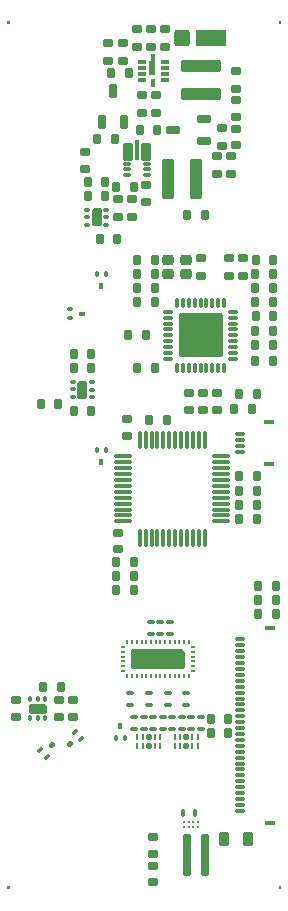
<source format=gtp>
G04 #@! TF.GenerationSoftware,KiCad,Pcbnew,9.0.4*
G04 #@! TF.CreationDate,2025-08-21T00:06:41-07:00*
G04 #@! TF.ProjectId,DisplayAdapter,44697370-6c61-4794-9164-61707465722e,rev?*
G04 #@! TF.SameCoordinates,Original*
G04 #@! TF.FileFunction,Paste,Top*
G04 #@! TF.FilePolarity,Positive*
%FSLAX46Y46*%
G04 Gerber Fmt 4.6, Leading zero omitted, Abs format (unit mm)*
G04 Created by KiCad (PCBNEW 9.0.4) date 2025-08-21 00:06:41*
%MOMM*%
%LPD*%
G01*
G04 APERTURE LIST*
G04 Aperture macros list*
%AMRoundRect*
0 Rectangle with rounded corners*
0 $1 Rounding radius*
0 $2 $3 $4 $5 $6 $7 $8 $9 X,Y pos of 4 corners*
0 Add a 4 corners polygon primitive as box body*
4,1,4,$2,$3,$4,$5,$6,$7,$8,$9,$2,$3,0*
0 Add four circle primitives for the rounded corners*
1,1,$1+$1,$2,$3*
1,1,$1+$1,$4,$5*
1,1,$1+$1,$6,$7*
1,1,$1+$1,$8,$9*
0 Add four rect primitives between the rounded corners*
20,1,$1+$1,$2,$3,$4,$5,0*
20,1,$1+$1,$4,$5,$6,$7,0*
20,1,$1+$1,$6,$7,$8,$9,0*
20,1,$1+$1,$8,$9,$2,$3,0*%
%AMFreePoly0*
4,1,18,-0.400000,0.600000,-0.200000,0.800000,0.240000,0.800000,0.301229,0.787821,0.353137,0.753137,0.387821,0.701229,0.400000,0.640000,0.400000,-0.640000,0.387821,-0.701229,0.353137,-0.753137,0.301229,-0.787821,0.240000,-0.800000,-0.240000,-0.800000,-0.301229,-0.787821,-0.353137,-0.753137,-0.387821,-0.701229,-0.400000,-0.640000,-0.400000,0.600000,-0.400000,0.600000,$1*%
%AMFreePoly1*
4,1,18,-2.250000,0.765000,-2.243530,0.797528,-2.225104,0.825104,-2.197528,0.843530,-2.165000,0.850000,1.995000,0.850000,2.250000,0.595000,2.250000,-0.765000,2.243530,-0.797528,2.225104,-0.825104,2.197528,-0.843530,2.165000,-0.850000,-2.165000,-0.850000,-2.197528,-0.843530,-2.225104,-0.825104,-2.243530,-0.797528,-2.250000,-0.765000,-2.250000,0.765000,-2.250000,0.765000,$1*%
G04 Aperture macros list end*
%ADD10RoundRect,0.150000X-0.150000X-0.300000X0.150000X-0.300000X0.150000X0.300000X-0.150000X0.300000X0*%
%ADD11RoundRect,0.150000X0.150000X0.300000X-0.150000X0.300000X-0.150000X-0.300000X0.150000X-0.300000X0*%
%ADD12RoundRect,0.045000X0.355000X-0.105000X0.355000X0.105000X-0.355000X0.105000X-0.355000X-0.105000X0*%
%ADD13RoundRect,0.045000X-0.355000X0.105000X-0.355000X-0.105000X0.355000X-0.105000X0.355000X0.105000X0*%
%ADD14RoundRect,0.060000X0.340000X-0.140000X0.340000X0.140000X-0.340000X0.140000X-0.340000X-0.140000X0*%
%ADD15RoundRect,0.162500X0.447500X0.162500X-0.447500X0.162500X-0.447500X-0.162500X0.447500X-0.162500X0*%
%ADD16RoundRect,0.090000X-0.310000X-0.210000X0.310000X-0.210000X0.310000X0.210000X-0.310000X0.210000X0*%
%ADD17RoundRect,0.100000X0.200000X-0.100000X0.200000X0.100000X-0.200000X0.100000X-0.200000X-0.100000X0*%
%ADD18RoundRect,0.150000X0.300000X-0.150000X0.300000X0.150000X-0.300000X0.150000X-0.300000X-0.150000X0*%
%ADD19RoundRect,0.150000X1.550000X-0.350000X1.550000X0.350000X-1.550000X0.350000X-1.550000X-0.350000X0*%
%ADD20RoundRect,0.120000X-0.280000X-0.480000X0.280000X-0.480000X0.280000X0.480000X-0.280000X0.480000X0*%
%ADD21RoundRect,0.162500X0.162500X-0.447500X0.162500X0.447500X-0.162500X0.447500X-0.162500X-0.447500X0*%
%ADD22RoundRect,0.095000X-0.130000X-0.095000X0.130000X-0.095000X0.130000X0.095000X-0.130000X0.095000X0*%
%ADD23FreePoly0,0.000000*%
%ADD24RoundRect,0.050000X-0.050000X0.150000X-0.050000X-0.150000X0.050000X-0.150000X0.050000X0.150000X0*%
%ADD25RoundRect,0.050000X-0.150000X-0.050000X0.150000X-0.050000X0.150000X0.050000X-0.150000X0.050000X0*%
%ADD26RoundRect,0.050000X0.150000X0.050000X-0.150000X0.050000X-0.150000X-0.050000X0.150000X-0.050000X0*%
%ADD27RoundRect,0.050000X0.050000X-0.150000X0.050000X0.150000X-0.050000X0.150000X-0.050000X-0.150000X0*%
%ADD28FreePoly1,0.000000*%
%ADD29RoundRect,0.150000X-0.300000X0.150000X-0.300000X-0.150000X0.300000X-0.150000X0.300000X0.150000X0*%
%ADD30RoundRect,0.100000X-0.200000X0.100000X-0.200000X-0.100000X0.200000X-0.100000X0.200000X0.100000X0*%
%ADD31RoundRect,0.090000X-0.210000X0.310000X-0.210000X-0.310000X0.210000X-0.310000X0.210000X0.310000X0*%
%ADD32C,0.220000*%
%ADD33RoundRect,0.100000X0.100000X0.200000X-0.100000X0.200000X-0.100000X-0.200000X0.100000X-0.200000X0*%
%ADD34RoundRect,0.067500X-0.183848X-0.088388X-0.088388X-0.183848X0.183848X0.088388X0.088388X0.183848X0*%
%ADD35RoundRect,0.090000X-0.183848X-0.056569X-0.056569X-0.183848X0.183848X0.056569X0.056569X0.183848X0*%
%ADD36RoundRect,0.067500X0.192500X-0.067500X0.192500X0.067500X-0.192500X0.067500X-0.192500X-0.067500X0*%
%ADD37RoundRect,0.090000X0.170000X-0.090000X0.170000X0.090000X-0.170000X0.090000X-0.170000X-0.090000X0*%
%ADD38RoundRect,0.067500X0.183848X0.088388X0.088388X0.183848X-0.183848X-0.088388X-0.088388X-0.183848X0*%
%ADD39RoundRect,0.090000X0.183848X0.056569X0.056569X0.183848X-0.183848X-0.056569X-0.056569X-0.183848X0*%
%ADD40RoundRect,0.067500X-0.067500X-0.192500X0.067500X-0.192500X0.067500X0.192500X-0.067500X0.192500X0*%
%ADD41RoundRect,0.090000X-0.090000X-0.170000X0.090000X-0.170000X0.090000X0.170000X-0.090000X0.170000X0*%
%ADD42RoundRect,0.090000X0.310000X0.210000X-0.310000X0.210000X-0.310000X-0.210000X0.310000X-0.210000X0*%
%ADD43RoundRect,0.062500X-0.062500X-0.187500X0.062500X-0.187500X0.062500X0.187500X-0.062500X0.187500X0*%
%ADD44RoundRect,0.062500X0.062500X0.187500X-0.062500X0.187500X-0.062500X-0.187500X0.062500X-0.187500X0*%
%ADD45RoundRect,0.112500X0.112500X0.137500X-0.112500X0.137500X-0.112500X-0.137500X0.112500X-0.137500X0*%
%ADD46RoundRect,0.045000X0.355000X0.105000X-0.355000X0.105000X-0.355000X-0.105000X0.355000X-0.105000X0*%
%ADD47RoundRect,0.060000X0.340000X0.140000X-0.340000X0.140000X-0.340000X-0.140000X0.340000X-0.140000X0*%
%ADD48RoundRect,0.150000X-0.350000X-1.550000X0.350000X-1.550000X0.350000X1.550000X-0.350000X1.550000X0*%
%ADD49RoundRect,0.075000X0.662500X0.075000X-0.662500X0.075000X-0.662500X-0.075000X0.662500X-0.075000X0*%
%ADD50RoundRect,0.075000X0.075000X0.662500X-0.075000X0.662500X-0.075000X-0.662500X0.075000X-0.662500X0*%
%ADD51RoundRect,0.067500X0.067500X0.192500X-0.067500X0.192500X-0.067500X-0.192500X0.067500X-0.192500X0*%
%ADD52RoundRect,0.090000X0.090000X0.170000X-0.090000X0.170000X-0.090000X-0.170000X0.090000X-0.170000X0*%
%ADD53RoundRect,0.210000X1.090000X0.490000X-1.090000X0.490000X-1.090000X-0.490000X1.090000X-0.490000X0*%
%ADD54RoundRect,0.195000X0.455000X0.505000X-0.455000X0.505000X-0.455000X-0.505000X0.455000X-0.505000X0*%
%ADD55RoundRect,0.212500X-0.262500X-0.212500X0.262500X-0.212500X0.262500X0.212500X-0.262500X0.212500X0*%
%ADD56RoundRect,0.053000X0.212000X-0.572000X0.212000X0.572000X-0.212000X0.572000X-0.212000X-0.572000X0*%
%ADD57RoundRect,0.030000X-0.320000X-0.120000X0.320000X-0.120000X0.320000X0.120000X-0.320000X0.120000X0*%
%ADD58RoundRect,0.030000X0.120000X-0.320000X0.120000X0.320000X-0.120000X0.320000X-0.120000X-0.320000X0*%
%ADD59RoundRect,0.140000X0.310000X-0.000010X0.310000X0.000010X-0.310000X0.000010X-0.310000X-0.000010X0*%
%ADD60RoundRect,0.140000X0.000010X0.310000X-0.000010X0.310000X-0.000010X-0.310000X0.000010X-0.310000X0*%
%ADD61RoundRect,0.140000X-0.310000X0.000010X-0.310000X-0.000010X0.310000X-0.000010X0.310000X0.000010X0*%
%ADD62RoundRect,0.140000X-0.000010X-0.310000X0.000010X-0.310000X0.000010X0.310000X-0.000010X0.310000X0*%
%ADD63RoundRect,0.185000X1.665000X-1.665000X1.665000X1.665000X-1.665000X1.665000X-1.665000X-1.665000X0*%
%ADD64RoundRect,0.040000X-0.360000X-0.710000X0.360000X-0.710000X0.360000X0.710000X-0.360000X0.710000X0*%
%ADD65RoundRect,0.030000X-0.270000X-0.120000X0.270000X-0.120000X0.270000X0.120000X-0.270000X0.120000X0*%
%ADD66RoundRect,0.040000X-0.160000X-0.835000X0.160000X-0.835000X0.160000X0.835000X-0.160000X0.835000X0*%
%ADD67RoundRect,0.150000X-0.150000X-1.650000X0.150000X-1.650000X0.150000X1.650000X-0.150000X1.650000X0*%
%ADD68RoundRect,0.095000X-0.095000X0.130000X-0.095000X-0.130000X0.095000X-0.130000X0.095000X0.130000X0*%
%ADD69FreePoly0,270.000000*%
%ADD70RoundRect,0.112500X-0.112500X-0.137500X0.112500X-0.137500X0.112500X0.137500X-0.112500X0.137500X0*%
G04 APERTURE END LIST*
G36*
X48000000Y-43000000D02*
G01*
X48250000Y-43000000D01*
X48250000Y-43250000D01*
X48000000Y-43250000D01*
X48000000Y-43000000D01*
G37*
G36*
X71000000Y-43000000D02*
G01*
X71250000Y-43000000D01*
X71250000Y-43250000D01*
X71000000Y-43250000D01*
X71000000Y-43000000D01*
G37*
G36*
X71000000Y-116250000D02*
G01*
X71250000Y-116250000D01*
X71250000Y-116500000D01*
X71000000Y-116500000D01*
X71000000Y-116250000D01*
G37*
G36*
X48000000Y-116250000D02*
G01*
X48250000Y-116250000D01*
X48250000Y-116500000D01*
X48000000Y-116500000D01*
X48000000Y-116250000D01*
G37*
D10*
X67650000Y-82750000D03*
X69150000Y-82750000D03*
D11*
X66750000Y-102050000D03*
X65250000Y-102050000D03*
D12*
X67700000Y-79450000D03*
D13*
X67700000Y-78950000D03*
D12*
X67700000Y-78450000D03*
X67700000Y-77950000D03*
D14*
X70200000Y-80450000D03*
X70200000Y-76950000D03*
D15*
X64710000Y-53150000D03*
X64710000Y-51250000D03*
X62090000Y-52200000D03*
D11*
X70550000Y-65600000D03*
X69050000Y-65600000D03*
D10*
X67650000Y-85150000D03*
X69150000Y-85150000D03*
D16*
X67400000Y-51100000D03*
X67400000Y-49700000D03*
D17*
X61800000Y-93900000D03*
X61800000Y-94900000D03*
D11*
X60750000Y-52200000D03*
X59250000Y-52200000D03*
D10*
X69250000Y-90800000D03*
X70750000Y-90800000D03*
D18*
X57400000Y-59550000D03*
X57400000Y-58050000D03*
D11*
X61550000Y-76800000D03*
X60050000Y-76800000D03*
D19*
X64400000Y-49200000D03*
X64400000Y-46800000D03*
D20*
X66400000Y-112200000D03*
X68400000Y-112200000D03*
D11*
X56350000Y-57800000D03*
X54850000Y-57800000D03*
D16*
X60400000Y-115900000D03*
X60400000Y-114500000D03*
D21*
X56050000Y-51510000D03*
X57950000Y-51510000D03*
X57000000Y-48890000D03*
D10*
X67250000Y-75800000D03*
X68750000Y-75800000D03*
D22*
X56425000Y-58950000D03*
X56425000Y-59600000D03*
X56425000Y-60250000D03*
X54775000Y-60250000D03*
X54775000Y-59550000D03*
X54775000Y-58950000D03*
D23*
X55600000Y-59600000D03*
D10*
X59050000Y-72400000D03*
X60550000Y-72400000D03*
X56850000Y-47400000D03*
X58350000Y-47400000D03*
X69250000Y-92000000D03*
X70750000Y-92000000D03*
D17*
X61000000Y-93900000D03*
X61000000Y-94900000D03*
D22*
X55225000Y-73550000D03*
X55225000Y-74200000D03*
X55225000Y-74850000D03*
X53575000Y-74850000D03*
X53575000Y-74150000D03*
X53575000Y-73550000D03*
D23*
X54400000Y-74200000D03*
D18*
X60600000Y-50750000D03*
X60600000Y-49250000D03*
D11*
X55150000Y-72400000D03*
X53650000Y-72400000D03*
D10*
X67650000Y-81500000D03*
X69150000Y-81500000D03*
D24*
X63400000Y-95525000D03*
X63000000Y-95525000D03*
X62600000Y-95525000D03*
X62200000Y-95525000D03*
X61800000Y-95525000D03*
X61400000Y-95525000D03*
X61000000Y-95525000D03*
X60600000Y-95525000D03*
X60200000Y-95525000D03*
X59800000Y-95525000D03*
X59400000Y-95525000D03*
X59000000Y-95525000D03*
X58600000Y-95525000D03*
X58200000Y-95525000D03*
D25*
X57825000Y-96000000D03*
X57825000Y-96400000D03*
X57825000Y-96800000D03*
X57825000Y-97200000D03*
X57825000Y-97600000D03*
D26*
X57825000Y-98000000D03*
D27*
X58200000Y-98475000D03*
D24*
X58600000Y-98475000D03*
X59000000Y-98475000D03*
X59400000Y-98475000D03*
X59800000Y-98475000D03*
X60200000Y-98475000D03*
X60600000Y-98475000D03*
X61000000Y-98475000D03*
X61400000Y-98475000D03*
X61800000Y-98475000D03*
X62200000Y-98475000D03*
X62600000Y-98475000D03*
X63000000Y-98475000D03*
X63400000Y-98475000D03*
D25*
X63775000Y-98000000D03*
X63775000Y-97600000D03*
X63775000Y-97200000D03*
X63775000Y-96800000D03*
X63775000Y-96400000D03*
X63775000Y-96000000D03*
D28*
X60800000Y-97000000D03*
D29*
X58200000Y-76650000D03*
X58200000Y-78150000D03*
D18*
X52400000Y-101950000D03*
X52400000Y-100450000D03*
X64600000Y-75950000D03*
X64600000Y-74450000D03*
D30*
X58400000Y-100900000D03*
X58400000Y-99900000D03*
D18*
X59000000Y-45150000D03*
X59000000Y-43650000D03*
D31*
X69100000Y-63200000D03*
X70500000Y-63200000D03*
D29*
X68000000Y-63050000D03*
X68000000Y-64550000D03*
D32*
X64200000Y-110800000D03*
X64200000Y-111200000D03*
X63800000Y-110800000D03*
X63800000Y-111200000D03*
X63400000Y-110800000D03*
X63400000Y-111200000D03*
X63000000Y-110800000D03*
X63000000Y-111200000D03*
D33*
X62900000Y-110000000D03*
X63900000Y-110000000D03*
D10*
X67650000Y-74600000D03*
X69150000Y-74600000D03*
D34*
X54304325Y-103761360D03*
X53738640Y-103195675D03*
D35*
X53328518Y-104171482D03*
D17*
X60200000Y-93900000D03*
X60200000Y-94900000D03*
D10*
X55850000Y-61400000D03*
X57350000Y-61400000D03*
D30*
X64400000Y-102900000D03*
X64400000Y-101900000D03*
D10*
X69050000Y-66800000D03*
X70550000Y-66800000D03*
D36*
X53360000Y-67350000D03*
X53360000Y-68150000D03*
D37*
X54340000Y-67750000D03*
D11*
X56350000Y-56600000D03*
X54850000Y-56600000D03*
D18*
X65800000Y-55950000D03*
X65800000Y-54450000D03*
D38*
X50820675Y-104713640D03*
X51386360Y-105279325D03*
D39*
X51796482Y-104303518D03*
D11*
X70550000Y-64400000D03*
X69050000Y-64400000D03*
D40*
X56400000Y-79310000D03*
X55600000Y-79310000D03*
D41*
X56000000Y-80290000D03*
D30*
X62000000Y-102900000D03*
X62000000Y-101900000D03*
D10*
X59050000Y-66800000D03*
X60550000Y-66800000D03*
X53650000Y-76000000D03*
X55150000Y-76000000D03*
D11*
X52550000Y-99400000D03*
X51050000Y-99400000D03*
X55150000Y-71200000D03*
X53650000Y-71200000D03*
X58750000Y-57000000D03*
X57250000Y-57000000D03*
D10*
X57250000Y-88800000D03*
X58750000Y-88800000D03*
X58250000Y-69600000D03*
X59750000Y-69600000D03*
D29*
X63400000Y-74450000D03*
X63400000Y-75950000D03*
D11*
X70550000Y-69200000D03*
X69050000Y-69200000D03*
D30*
X59600000Y-102900000D03*
X59600000Y-101900000D03*
D10*
X57250000Y-90000000D03*
X58750000Y-90000000D03*
D11*
X66750000Y-103250000D03*
X65250000Y-103250000D03*
D42*
X67400000Y-52100000D03*
X67400000Y-53500000D03*
D43*
X59000000Y-104400000D03*
D44*
X59500000Y-104400000D03*
D45*
X60000000Y-104400000D03*
D44*
X60500000Y-104400000D03*
X61000000Y-104400000D03*
X61000000Y-103600000D03*
X60500000Y-103600000D03*
D45*
X60000000Y-103600000D03*
D44*
X59500000Y-103600000D03*
X59000000Y-103600000D03*
D46*
X67750000Y-109850000D03*
X67750000Y-109350000D03*
X67750000Y-108850000D03*
X67750000Y-108350000D03*
X67750000Y-107850000D03*
X67750000Y-107350000D03*
X67750000Y-106850000D03*
X67750000Y-106350000D03*
X67750000Y-105850000D03*
X67750000Y-105350000D03*
X67750000Y-104850000D03*
X67750000Y-104350000D03*
X67750000Y-103850000D03*
X67750000Y-103350000D03*
X67750000Y-102850000D03*
X67750000Y-102350000D03*
X67750000Y-101850000D03*
X67750000Y-101350000D03*
X67750000Y-100850000D03*
X67750000Y-100350000D03*
X67750000Y-99850000D03*
X67750000Y-99350000D03*
X67750000Y-98850000D03*
X67750000Y-98350000D03*
X67750000Y-97850000D03*
X67750000Y-97350000D03*
X67750000Y-96850000D03*
X67750000Y-96350000D03*
X67750000Y-95850000D03*
X67750000Y-95350000D03*
D47*
X70250000Y-110850000D03*
X70250000Y-94350000D03*
D48*
X61600000Y-56400000D03*
X64000000Y-56400000D03*
D31*
X69100000Y-68000000D03*
X70500000Y-68000000D03*
D49*
X66162500Y-85350000D03*
X66162500Y-84850000D03*
X66162500Y-84350000D03*
X66162500Y-83850000D03*
X66162500Y-83350000D03*
X66162500Y-82850000D03*
X66162500Y-82350000D03*
X66162500Y-81850000D03*
X66162500Y-81350000D03*
X66162500Y-80850000D03*
X66162500Y-80350000D03*
X66162500Y-79850000D03*
D50*
X64750000Y-78437500D03*
X64250000Y-78437500D03*
X63750000Y-78437500D03*
X63250000Y-78437500D03*
X62750000Y-78437500D03*
X62250000Y-78437500D03*
X61750000Y-78437500D03*
X61250000Y-78437500D03*
X60750000Y-78437500D03*
X60250000Y-78437500D03*
X59750000Y-78437500D03*
X59250000Y-78437500D03*
D49*
X57837500Y-79850000D03*
X57837500Y-80350000D03*
X57837500Y-80850000D03*
X57837500Y-81350000D03*
X57837500Y-81850000D03*
X57837500Y-82350000D03*
X57837500Y-82850000D03*
X57837500Y-83350000D03*
X57837500Y-83850000D03*
X57837500Y-84350000D03*
X57837500Y-84850000D03*
X57837500Y-85350000D03*
D50*
X59250000Y-86762500D03*
X59750000Y-86762500D03*
X60250000Y-86762500D03*
X60750000Y-86762500D03*
X61250000Y-86762500D03*
X61750000Y-86762500D03*
X62250000Y-86762500D03*
X62750000Y-86762500D03*
X63250000Y-86762500D03*
X63750000Y-86762500D03*
X64250000Y-86762500D03*
X64750000Y-86762500D03*
D11*
X60550000Y-64400000D03*
X59050000Y-64400000D03*
D18*
X66200000Y-53550000D03*
X66200000Y-52050000D03*
D11*
X60550000Y-65600000D03*
X59050000Y-65600000D03*
D51*
X57200000Y-103690000D03*
X58000000Y-103690000D03*
D52*
X57600000Y-102710000D03*
D18*
X53600000Y-101950000D03*
X53600000Y-100450000D03*
D29*
X54600000Y-54050000D03*
X54600000Y-55550000D03*
D40*
X56400000Y-64410000D03*
X55600000Y-64410000D03*
D41*
X56000000Y-65390000D03*
D29*
X59800000Y-56850000D03*
X59800000Y-58350000D03*
D30*
X61200000Y-102900000D03*
X61200000Y-101900000D03*
D29*
X67000000Y-54450000D03*
X67000000Y-55950000D03*
D10*
X69250000Y-93200000D03*
X70750000Y-93200000D03*
D18*
X67400000Y-48750000D03*
X67400000Y-47250000D03*
D53*
X65300000Y-44400000D03*
D54*
X62850000Y-44400000D03*
D18*
X60200000Y-45150000D03*
X60200000Y-43650000D03*
D11*
X70550000Y-70400000D03*
X69050000Y-70400000D03*
D30*
X60000000Y-100900000D03*
X60000000Y-99900000D03*
X60400000Y-102900000D03*
X60400000Y-101900000D03*
D11*
X70550000Y-71800000D03*
X69050000Y-71800000D03*
D55*
X61675000Y-64375000D03*
X61675000Y-63225000D03*
X63125000Y-63225000D03*
X63125000Y-64375000D03*
D11*
X60550000Y-63200000D03*
X59050000Y-63200000D03*
D18*
X65800000Y-75950000D03*
X65800000Y-74450000D03*
X56600000Y-46350000D03*
X56600000Y-44850000D03*
D10*
X57250000Y-91200000D03*
X58750000Y-91200000D03*
D29*
X58600000Y-58050000D03*
X58600000Y-59550000D03*
D56*
X60285000Y-46945000D03*
D57*
X59450000Y-46450000D03*
X59450000Y-46950000D03*
X59450000Y-47450000D03*
X59450000Y-47950000D03*
D58*
X60400000Y-48250000D03*
D57*
X61350000Y-47950000D03*
X61350000Y-47450000D03*
X61350000Y-46950000D03*
X61350000Y-46450000D03*
D58*
X60400000Y-46150000D03*
D30*
X62800000Y-102900000D03*
X62800000Y-101900000D03*
D11*
X64750000Y-59400000D03*
X63250000Y-59400000D03*
D59*
X61650000Y-67600000D03*
X61650000Y-68100000D03*
X61650000Y-68600000D03*
X61650000Y-69100000D03*
X61650000Y-69600000D03*
X61650000Y-70100000D03*
X61650000Y-70600000D03*
X61650000Y-71100000D03*
X61650000Y-71600000D03*
D60*
X62400000Y-72350000D03*
X62900000Y-72350000D03*
X63400000Y-72350000D03*
X63900000Y-72350000D03*
X64400000Y-72350000D03*
X64900000Y-72350000D03*
X65400000Y-72350000D03*
X65900000Y-72350000D03*
X66400000Y-72350000D03*
D61*
X67150000Y-71600000D03*
X67150000Y-71100000D03*
X67150000Y-70600000D03*
X67150000Y-70100000D03*
X67150000Y-69600000D03*
X67150000Y-69100000D03*
X67150000Y-68600000D03*
X67150000Y-68100000D03*
X67150000Y-67600000D03*
D62*
X66400000Y-66850000D03*
X65900000Y-66850000D03*
X65400000Y-66850000D03*
X64900000Y-66850000D03*
X64400000Y-66850000D03*
X63900000Y-66850000D03*
X63400000Y-66850000D03*
X62900000Y-66850000D03*
X62400000Y-66850000D03*
D63*
X64400000Y-69600000D03*
D18*
X57800000Y-46350000D03*
X57800000Y-44850000D03*
D64*
X58250000Y-54050000D03*
D65*
X58150000Y-55100000D03*
X58150000Y-55550000D03*
X58150000Y-56000000D03*
X59850000Y-56000000D03*
X59850000Y-55550000D03*
X59850000Y-55100000D03*
D64*
X59750000Y-54050000D03*
D66*
X59000000Y-53925000D03*
D30*
X63200000Y-100900000D03*
X63200000Y-99900000D03*
D18*
X60400000Y-113550000D03*
X60400000Y-112050000D03*
D10*
X67650000Y-83950000D03*
X69150000Y-83950000D03*
D11*
X57150000Y-53000000D03*
X55650000Y-53000000D03*
D29*
X66800000Y-63050000D03*
X66800000Y-64550000D03*
D30*
X61600000Y-100900000D03*
X61600000Y-99900000D03*
D18*
X59400000Y-50750000D03*
X59400000Y-49250000D03*
D67*
X63250000Y-113600000D03*
X64750000Y-113600000D03*
D42*
X57400000Y-86300000D03*
X57400000Y-87700000D03*
D29*
X48800000Y-100450000D03*
X48800000Y-101950000D03*
D30*
X58800000Y-102900000D03*
X58800000Y-101900000D03*
D29*
X64400000Y-63050000D03*
X64400000Y-64550000D03*
D18*
X61400000Y-45150000D03*
X61400000Y-43650000D03*
D11*
X52350000Y-75400000D03*
X50850000Y-75400000D03*
D30*
X63600000Y-102900000D03*
X63600000Y-101900000D03*
D68*
X51250000Y-102025000D03*
X50600000Y-102025000D03*
X49950000Y-102025000D03*
X49950000Y-100375000D03*
X50650000Y-100375000D03*
X51250000Y-100375000D03*
D69*
X50600000Y-101200000D03*
D44*
X64200000Y-103600000D03*
D43*
X63700000Y-103600000D03*
D70*
X63200000Y-103600000D03*
D43*
X62700000Y-103600000D03*
X62200000Y-103600000D03*
X62200000Y-104400000D03*
X62700000Y-104400000D03*
D70*
X63200000Y-104400000D03*
D43*
X63700000Y-104400000D03*
X64200000Y-104400000D03*
M02*

</source>
